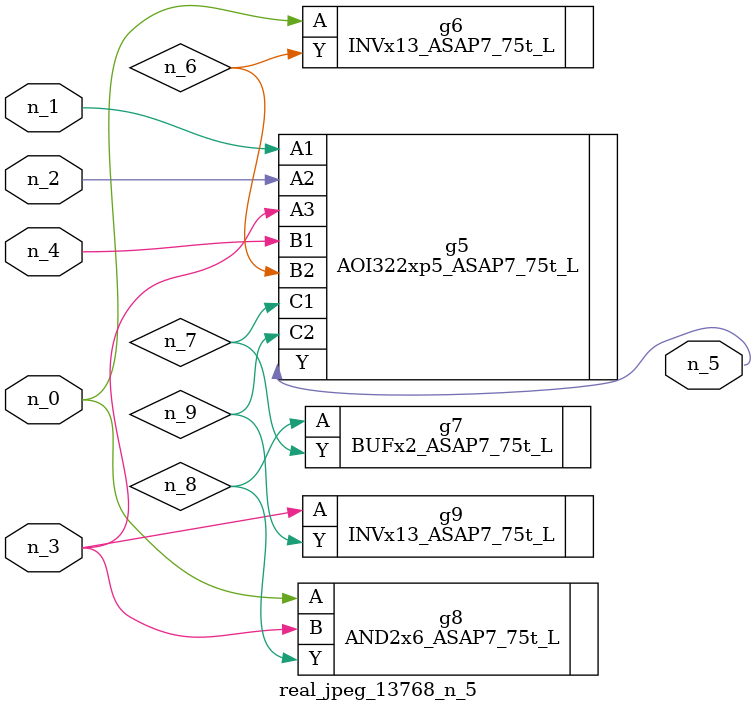
<source format=v>
module real_jpeg_13768_n_5 (n_4, n_0, n_1, n_2, n_3, n_5);

input n_4;
input n_0;
input n_1;
input n_2;
input n_3;

output n_5;

wire n_8;
wire n_6;
wire n_7;
wire n_9;

INVx13_ASAP7_75t_L g6 ( 
.A(n_0),
.Y(n_6)
);

AND2x6_ASAP7_75t_L g8 ( 
.A(n_0),
.B(n_3),
.Y(n_8)
);

AOI322xp5_ASAP7_75t_L g5 ( 
.A1(n_1),
.A2(n_2),
.A3(n_3),
.B1(n_4),
.B2(n_6),
.C1(n_7),
.C2(n_9),
.Y(n_5)
);

INVx13_ASAP7_75t_L g9 ( 
.A(n_3),
.Y(n_9)
);

BUFx2_ASAP7_75t_L g7 ( 
.A(n_8),
.Y(n_7)
);


endmodule
</source>
